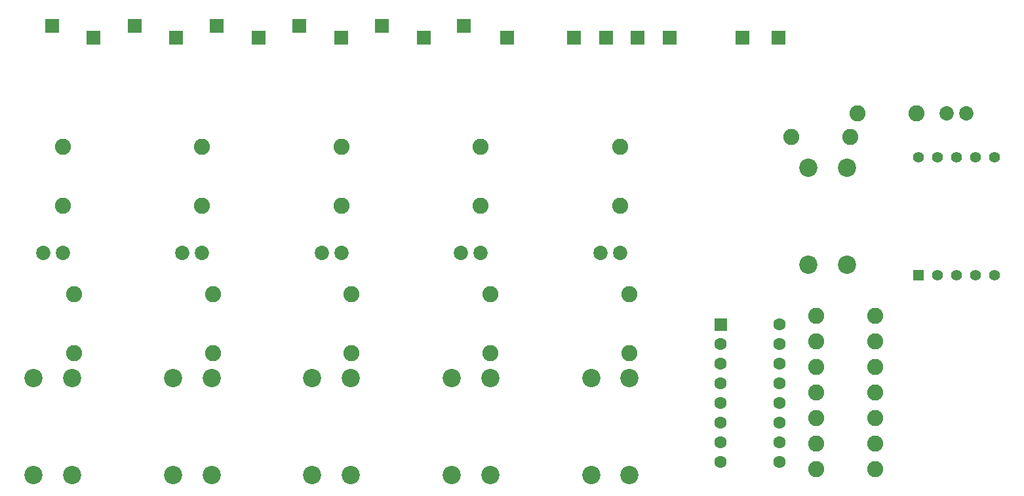
<source format=gts>
G04 Layer: TopSolderMaskLayer*
G04 EasyEDA v6.4.12, 2020-12-31T14:29:20+01:00*
G04 6604612f69a4476882a07405e2b540c3,2d81dc3172f949189a8efcc8dd8a18f6,10*
G04 Gerber Generator version 0.2*
G04 Scale: 100 percent, Rotated: No, Reflected: No *
G04 Dimensions in millimeters *
G04 leading zeros omitted , absolute positions ,4 integer and 5 decimal *
%FSLAX45Y45*%
%MOMM*%

%ADD27C,2.0828*%
%ADD28C,1.8542*%
%ADD29C,2.3622*%
%ADD32C,1.4032*%
%ADD34C,1.6002*%

%LPD*%
D27*
G01*
X4802525Y2750799D03*
G01*
X4802525Y1988799D03*
G01*
X3010250Y2750774D03*
G01*
X3010250Y1988774D03*
G01*
X1217950Y2750799D03*
G01*
X1217950Y1988799D03*
G01*
X6594800Y2750799D03*
G01*
X6594800Y1988799D03*
G01*
X8387100Y2750799D03*
G01*
X8387100Y1988799D03*
G01*
X10482600Y4782799D03*
G01*
X11244600Y4782799D03*
D28*
G01*
X1071900Y3277925D03*
G01*
X817900Y3277925D03*
D27*
G01*
X1071925Y4655774D03*
G01*
X1071925Y3893774D03*
D28*
G01*
X2871922Y3277951D03*
G01*
X2617922Y3277951D03*
D27*
G01*
X2872150Y4655774D03*
G01*
X2872150Y3893774D03*
D28*
G01*
X4671969Y3277951D03*
G01*
X4417969Y3277951D03*
D27*
G01*
X4672350Y4655774D03*
G01*
X4672350Y3893774D03*
D28*
G01*
X6471991Y3277951D03*
G01*
X6217991Y3277951D03*
D27*
G01*
X6472575Y4655774D03*
G01*
X6472575Y3893774D03*
D28*
G01*
X8272012Y3277925D03*
G01*
X8018012Y3277925D03*
D27*
G01*
X8272800Y4655774D03*
G01*
X8272800Y3893774D03*
D29*
G01*
X695980Y411485D03*
G01*
X1193845Y411485D03*
G01*
X1193845Y1661165D03*
G01*
X695980Y1661165D03*
G01*
X2496002Y411459D03*
G01*
X2993842Y411459D03*
G01*
X2993842Y1661139D03*
G01*
X2496002Y1661139D03*
G01*
X4295998Y411485D03*
G01*
X4793838Y411485D03*
G01*
X4793838Y1661165D03*
G01*
X4295998Y1661165D03*
G01*
X6095969Y411459D03*
G01*
X6593809Y411459D03*
G01*
X6593809Y1661139D03*
G01*
X6095969Y1661139D03*
G01*
X7895991Y411459D03*
G01*
X8393831Y411459D03*
G01*
X8393831Y1661139D03*
G01*
X7895991Y1661139D03*
G01*
X10703580Y3129259D03*
G01*
X11201420Y3129259D03*
G01*
X11201420Y4378939D03*
G01*
X10703580Y4378939D03*
D28*
G01*
X12489200Y5087599D03*
G01*
X12743200Y5087599D03*
G36*
X1910100Y6128999D02*
G01*
X1910100Y6306799D01*
X2087900Y6306799D01*
X2087900Y6128999D01*
G37*
G36*
X845840Y6128999D02*
G01*
X845840Y6306799D01*
X1023640Y6306799D01*
X1023640Y6128999D01*
G37*
G36*
X5102880Y6128999D02*
G01*
X5102880Y6306799D01*
X5280680Y6306799D01*
X5280680Y6128999D01*
G37*
G36*
X1376700Y5977107D02*
G01*
X1376700Y6154907D01*
X1554500Y6154907D01*
X1554500Y5977107D01*
G37*
G36*
X4038620Y6128999D02*
G01*
X4038620Y6306799D01*
X4216420Y6306799D01*
X4216420Y6128999D01*
G37*
G36*
X2445024Y5977107D02*
G01*
X2445024Y6154907D01*
X2622824Y6154907D01*
X2622824Y5977107D01*
G37*
G36*
X3513602Y5977107D02*
G01*
X3513602Y6154907D01*
X3691402Y6154907D01*
X3691402Y5977107D01*
G37*
G36*
X4581926Y5977107D02*
G01*
X4581926Y6154907D01*
X4759726Y6154907D01*
X4759726Y5977107D01*
G37*
G36*
X5650250Y5977107D02*
G01*
X5650250Y6154907D01*
X5828050Y6154907D01*
X5828050Y5977107D01*
G37*
G36*
X6167140Y6128999D02*
G01*
X6167140Y6306799D01*
X6344940Y6306799D01*
X6344940Y6128999D01*
G37*
G36*
X6718828Y5977107D02*
G01*
X6718828Y6154907D01*
X6896628Y6154907D01*
X6896628Y5977107D01*
G37*
G36*
X2974360Y6128999D02*
G01*
X2974360Y6306799D01*
X3152160Y6306799D01*
X3152160Y6128999D01*
G37*
D27*
G01*
X10800100Y2141199D03*
G01*
X11562100Y2141199D03*
G01*
X10800100Y1480799D03*
G01*
X11562100Y1480799D03*
G01*
X10800100Y2471399D03*
G01*
X11562100Y2471399D03*
G01*
X10800100Y1150599D03*
G01*
X11562100Y1150599D03*
G01*
X10800100Y820399D03*
G01*
X11562100Y820399D03*
G01*
X10800100Y490199D03*
G01*
X11562100Y490199D03*
G36*
X7587000Y5976853D02*
G01*
X7587000Y6154653D01*
X7764800Y6154653D01*
X7764800Y5976853D01*
G37*
G36*
X7997718Y5976853D02*
G01*
X7997718Y6154653D01*
X8175518Y6154653D01*
X8175518Y5976853D01*
G37*
G36*
X8408182Y5976853D02*
G01*
X8408182Y6154653D01*
X8585982Y6154653D01*
X8585982Y5976853D01*
G37*
G36*
X8818900Y5976853D02*
G01*
X8818900Y6154653D01*
X8996700Y6154653D01*
X8996700Y5976853D01*
G37*
G01*
X10800100Y1810999D03*
G01*
X11562100Y1810999D03*
G01*
X11333500Y5087599D03*
G01*
X12095500Y5087599D03*
G36*
X10228600Y5976853D02*
G01*
X10228600Y6154653D01*
X10406400Y6154653D01*
X10406400Y5976853D01*
G37*
G36*
X12054098Y2921995D02*
G01*
X12054098Y3062203D01*
X12194306Y3062203D01*
X12194306Y2921995D01*
G37*
D32*
G01*
X12370201Y2992099D03*
G01*
X12616200Y2992099D03*
G01*
X12862199Y2992099D03*
G01*
X13108198Y2992099D03*
G01*
X13108198Y4516099D03*
G01*
X12862199Y4516099D03*
G01*
X12616200Y4516099D03*
G01*
X12370201Y4516099D03*
G01*
X12124202Y4516099D03*
G36*
X9759970Y5976853D02*
G01*
X9759970Y6154653D01*
X9937770Y6154653D01*
X9937770Y5976853D01*
G37*
G36*
X9488190Y2277089D02*
G01*
X9488190Y2437109D01*
X9648210Y2437109D01*
X9648210Y2277089D01*
G37*
D34*
G01*
X9568200Y2103099D03*
G01*
X9568200Y1849099D03*
G01*
X9568200Y1595099D03*
G01*
X9568200Y1341099D03*
G01*
X9568200Y1087099D03*
G01*
X9568200Y833099D03*
G01*
X9568200Y579099D03*
G01*
X10330200Y579099D03*
G01*
X10330200Y833099D03*
G01*
X10330200Y1087099D03*
G01*
X10330200Y1341099D03*
G01*
X10330200Y1595099D03*
G01*
X10330200Y1849099D03*
G01*
X10330200Y2103099D03*
G01*
X10330200Y2357099D03*
M02*

</source>
